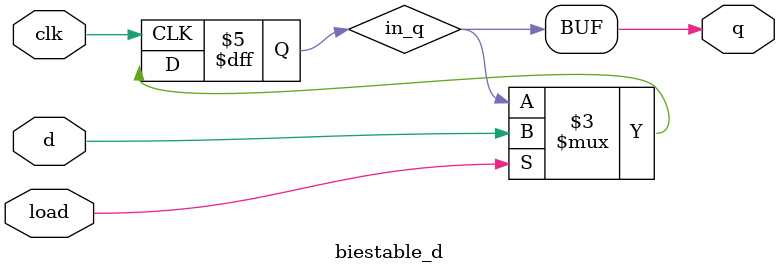
<source format=v>
/*

Biestable D  Module

Originally created by Juan Gonzalez Gomez et Al for Icestudio.

CC-BY-SA

https://github.com/FPGAwars

Additionals modifications made by Julian Caro Linares

jcarolinares@gmail.com

*/

module biestable_d #(
  parameter INI=0
) (
  input wire clk,
  input wire d,
  input wire load,

  output wire q
);

reg in_q = INI;
always @(posedge clk)

  if (load)
    in_q <= d;

assign q=in_q;

endmodule

</source>
